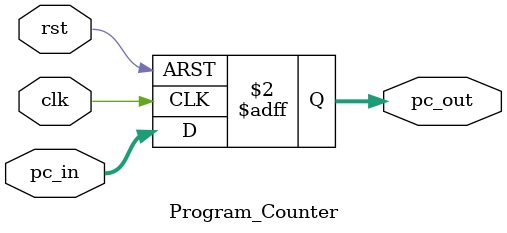
<source format=sv>
`timescale 1ns / 1ps


module Program_Counter(
    input logic rst,
    input logic clk,
    input logic [31:0] pc_in,
    output logic [31:0] pc_out);
    
    always_ff @(posedge clk or posedge rst)
    begin
    if (rst)
        pc_out <= 'b0;
    else
        pc_out <= pc_in;
    end
    
endmodule

</source>
